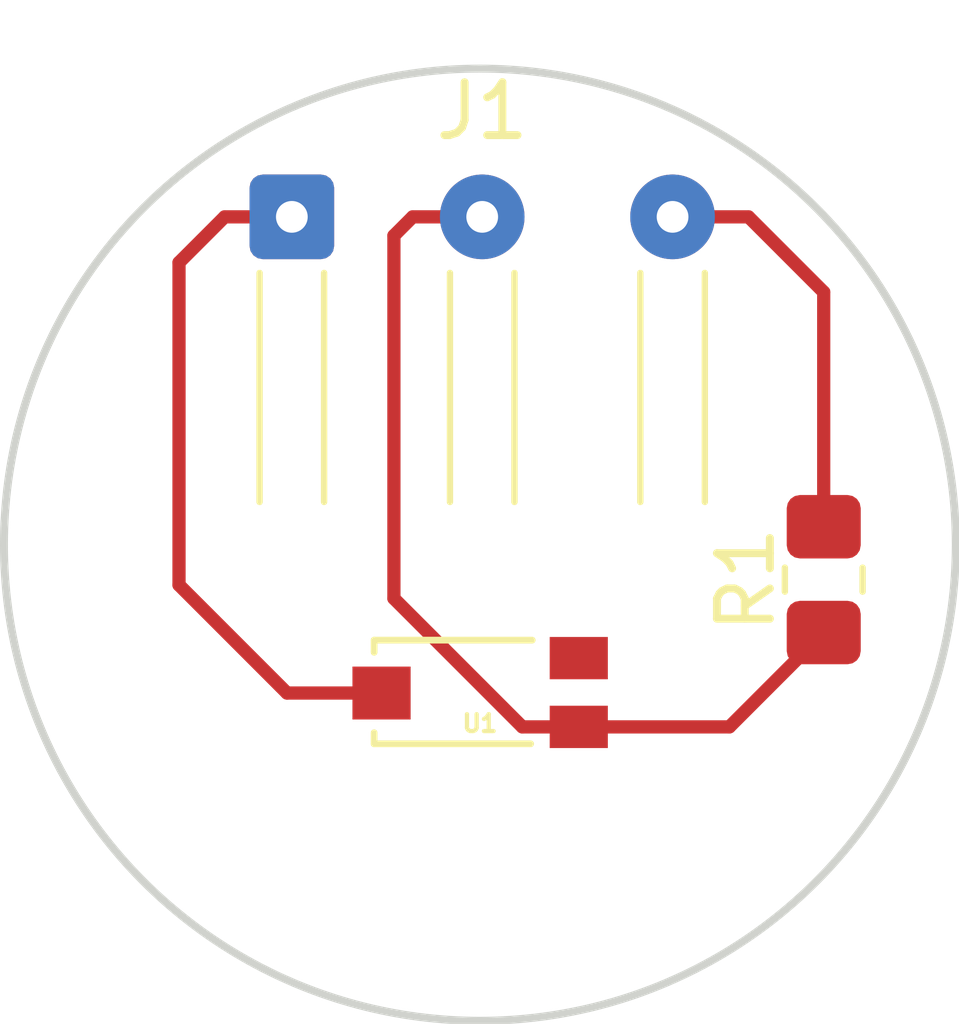
<source format=kicad_pcb>
(kicad_pcb (version 20211014) (generator pcbnew)
  (layers (0 "F.Cu" signal) (31 "B.Cu" signal) (34 "B.Paste" user) (35 "F.Paste" user) (36 "B.SilkS" user "B.Silkscreen") (37 "F.SilkS" user "F.Silkscreen") (38 "B.Mask" user) (39 "F.Mask" user) (44 "Edge.Cuts" user))
  (net 0 "")
  (net 1 "VCC")
  (net 2 "SIGNAL")
  (net 3 "GND")
  (footprint "TEMT6000:TEMT6000-SEN" (layer "F.Cu") (at 167.6908 94.1832 180)
    (fp_text reference "U1" (at -0.000003 -0.584866) (layer "F.SilkS") (effects (font (size 0.320365 0.320365))))
    (fp_text value "TEMT6000")
    (fp_line (start 2 0.99) (end -0.99 0.99) (layer "F.SilkS") (width 0.127))
    (fp_line (start 2 -0.97) (end -0.96 -0.97) (layer "F.SilkS") (width 0.127))
    (fp_line (start 2 -0.76) (end 2 -0.97) (layer "F.SilkS") (width 0.127))
    (fp_line (start 2 0.76) (end 2 0.99) (layer "F.SilkS") (width 0.127))
    (pad "BASE" smd rect locked (at -1.87 0.65 180) (size 1.1 0.8) (layers "F.Cu" "F.Paste" "F.Mask"))
    (pad "COLLECTOR" smd rect locked (at 1.86 -0.01 180) (size 1.1 1) (layers "F.Cu" "F.Paste" "F.Mask") (net 1 "VCC"))
    (pad "EMITTER" smd rect locked (at -1.87 -0.65 180) (size 1.1 0.8) (layers "F.Cu" "F.Paste" "F.Mask") (net 2 "SIGNAL"))
  )
  (footprint "Resistor_SMD:R_0805_2012Metric_Pad1.20x1.40mm_HandSolder" (layer "F.Cu") (at 174.1932 92.0496 90)
    (fp_text reference "R1" (at 0 -1.4732 90) (layer "F.SilkS"))
    (fp_text value "R10K")
    (fp_line (start -0.227064 0.735) (end 0.227064 0.735) (layer "F.SilkS") (width 0.12))
    (fp_line (start -0.227064 -0.735) (end 0.227064 -0.735) (layer "F.SilkS") (width 0.12))
    (pad "1" smd roundrect (at -1 0 90) (size 1.2 1.4) (layers "F.Cu" "F.Paste" "F.Mask") (roundrect_rratio 0.2083333333) (net 2 "SIGNAL"))
    (pad "2" smd roundrect (at 1 0 90) (size 1.2 1.4) (layers "F.Cu" "F.Paste" "F.Mask") (roundrect_rratio 0.2083333333) (net 3 "GND"))
  )
  (footprint "Connector_Wire:SolderWire-0.1sqmm_1x03_P3.6mm_D0.4mm_OD1mm_Relief" (layer "F.Cu") (at 164.1348 85.1916)
    (fp_text reference "J1" (at 3.6 -2) (layer "F.SilkS"))
    (fp_text value "Conn_01x03_Male")
    (fp_line (start 4.21 1.06) (end 4.21 5.39) (layer "F.SilkS") (width 0.12))
    (fp_line (start -0.61 1.06) (end -0.61 5.39) (layer "F.SilkS") (width 0.12))
    (fp_line (start 7.81 1.06) (end 7.81 5.39) (layer "F.SilkS") (width 0.12))
    (fp_line (start 6.59 1.06) (end 6.59 5.39) (layer "F.SilkS") (width 0.12))
    (fp_line (start 0.61 1.06) (end 0.61 5.39) (layer "F.SilkS") (width 0.12))
    (fp_line (start 2.99 1.06) (end 2.99 5.39) (layer "F.SilkS") (width 0.12))
    (pad "" np_thru_hole circle (at 3.6 6) (size 1.5 1.5) (drill 1.5) (layers *.Cu *.Mask))
    (pad "" np_thru_hole circle (at 0 6) (size 1.5 1.5) (drill 1.5) (layers *.Cu *.Mask))
    (pad "" np_thru_hole circle (at 7.2 6) (size 1.5 1.5) (drill 1.5) (layers *.Cu *.Mask))
    (pad "1" thru_hole roundrect (at 0 0) (size 1.6 1.6) (drill 0.6) (layers *.Cu *.Mask) (roundrect_rratio 0.15625) (net 1 "VCC"))
    (pad "2" thru_hole circle (at 3.6 0) (size 1.6 1.6) (drill 0.6) (layers *.Cu *.Mask) (net 2 "SIGNAL"))
    (pad "3" thru_hole circle (at 7.2 0) (size 1.6 1.6) (drill 0.6) (layers *.Cu *.Mask) (net 3 "GND"))
  )
  (gr_circle (center 167.6908 91.3892) (end 176.6908 91.3892) (layer "Edge.Cuts") (width 0.15) (fill none))
  (segment (start 164.0432 94.1932) (end 162.0012 92.1512) (width 0.25) (layer "F.Cu") (net 1))
  (segment (start 165.8308 94.1932) (end 164.0432 94.1932) (width 0.25) (layer "F.Cu") (net 1))
  (segment (start 162.0012 86.0552) (end 162.8648 85.1916) (width 0.25) (layer "F.Cu") (net 1))
  (segment (start 162.8648 85.1916) (end 164.1348 85.1916) (width 0.25) (layer "F.Cu") (net 1))
  (segment (start 162.0012 92.1512) (end 162.0012 86.0552) (width 0.25) (layer "F.Cu") (net 1))
  (segment (start 166.0652 92.4052) (end 168.4932 94.8332) (width 0.25) (layer "F.Cu") (net 2))
  (segment (start 174.1932 93.0496) (end 172.4096 94.8332) (width 0.25) (layer "F.Cu") (net 2))
  (segment (start 166.4208 85.1916) (end 166.0652 85.5472) (width 0.25) (layer "F.Cu") (net 2))
  (segment (start 167.7348 85.1916) (end 166.4208 85.1916) (width 0.25) (layer "F.Cu") (net 2))
  (segment (start 172.4096 94.8332) (end 169.5608 94.8332) (width 0.25) (layer "F.Cu") (net 2))
  (segment (start 168.4932 94.8332) (end 169.5608 94.8332) (width 0.25) (layer "F.Cu") (net 2))
  (segment (start 166.0652 85.5472) (end 166.0652 92.4052) (width 0.25) (layer "F.Cu") (net 2))
  (segment (start 172.7708 85.1916) (end 174.1932 86.614) (width 0.25) (layer "F.Cu") (net 3))
  (segment (start 171.3348 85.1916) (end 172.7708 85.1916) (width 0.25) (layer "F.Cu") (net 3))
  (segment (start 174.1932 86.614) (end 174.1932 91.0496) (width 0.25) (layer "F.Cu") (net 3))
)
</source>
